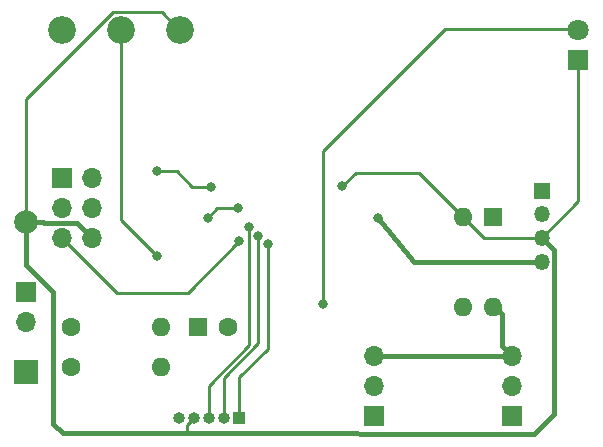
<source format=gbr>
G04 #@! TF.GenerationSoftware,KiCad,Pcbnew,5.1.5-1.fc31*
G04 #@! TF.CreationDate,2020-02-11T17:57:21+01:00*
G04 #@! TF.ProjectId,mimu3000,6d696d75-3330-4303-902e-6b696361645f,rev?*
G04 #@! TF.SameCoordinates,Original*
G04 #@! TF.FileFunction,Copper,L2,Bot*
G04 #@! TF.FilePolarity,Positive*
%FSLAX46Y46*%
G04 Gerber Fmt 4.6, Leading zero omitted, Abs format (unit mm)*
G04 Created by KiCad (PCBNEW 5.1.5-1.fc31) date 2020-02-11 17:57:21*
%MOMM*%
%LPD*%
G04 APERTURE LIST*
%ADD10O,1.350000X1.350000*%
%ADD11R,1.350000X1.350000*%
%ADD12C,2.000000*%
%ADD13R,2.000000X2.000000*%
%ADD14C,2.340000*%
%ADD15R,1.000000X1.000000*%
%ADD16O,1.000000X1.000000*%
%ADD17R,1.700000X1.700000*%
%ADD18O,1.700000X1.700000*%
%ADD19O,1.600000X1.600000*%
%ADD20R,1.600000X1.600000*%
%ADD21C,1.800000*%
%ADD22R,1.800000X1.800000*%
%ADD23C,1.600000*%
%ADD24C,0.800000*%
%ADD25C,0.400000*%
%ADD26C,0.250000*%
G04 APERTURE END LIST*
D10*
X211300000Y-110700000D03*
X211300000Y-108700000D03*
X211300000Y-106700000D03*
D11*
X211300000Y-104700000D03*
D12*
X167640000Y-107315000D03*
D13*
X167640000Y-120015000D03*
D14*
X180700000Y-91100000D03*
X175700000Y-91100000D03*
X170700000Y-91100000D03*
D15*
X185674000Y-123952000D03*
D16*
X184404000Y-123952000D03*
X183134000Y-123952000D03*
X181864000Y-123952000D03*
X180594000Y-123952000D03*
D17*
X167640000Y-113284000D03*
D18*
X167640000Y-115824000D03*
D19*
X207200000Y-114520000D03*
X204660000Y-106900000D03*
X204660000Y-114520000D03*
D20*
X207200000Y-106900000D03*
D18*
X173228000Y-108712000D03*
X170688000Y-108712000D03*
X173228000Y-106172000D03*
X170688000Y-106172000D03*
X173228000Y-103632000D03*
D17*
X170688000Y-103632000D03*
D18*
X208765000Y-118718000D03*
X208765000Y-121258000D03*
D17*
X208765000Y-123798000D03*
X197081000Y-123798000D03*
D18*
X197081000Y-121258000D03*
X197081000Y-118718000D03*
D21*
X214400000Y-91060000D03*
D22*
X214400000Y-93600000D03*
D19*
X179070000Y-119634000D03*
D23*
X171450000Y-119634000D03*
D19*
X179070000Y-116205000D03*
D23*
X171450000Y-116205000D03*
X184700000Y-116200000D03*
D20*
X182200000Y-116200000D03*
D24*
X192800000Y-114300000D03*
X185700000Y-109000000D03*
X178700000Y-103075000D03*
X183300000Y-104400000D03*
X185600000Y-106200000D03*
X183000000Y-107000000D03*
X194400000Y-104300000D03*
X178700000Y-110200000D03*
X197400000Y-107000000D03*
X186500000Y-107800000D03*
X187300000Y-108500000D03*
X188100000Y-109200000D03*
D25*
X207915001Y-117868001D02*
X207915001Y-115115001D01*
X208765000Y-118718000D02*
X207915001Y-117868001D01*
X207915001Y-115115001D02*
X207300000Y-114500000D01*
X208765000Y-118718000D02*
X197118000Y-118718000D01*
D26*
X192800000Y-114300000D02*
X192800000Y-101300000D01*
X192800000Y-101300000D02*
X203100000Y-91000000D01*
X203100000Y-91000000D02*
X214500000Y-91000000D01*
X171537999Y-109561999D02*
X170688000Y-108712000D01*
X175260000Y-113284000D02*
X171537999Y-109561999D01*
X175366501Y-113390501D02*
X175260000Y-113284000D01*
X175366501Y-113390501D02*
X181309499Y-113390501D01*
X181309499Y-113390501D02*
X185700000Y-109000000D01*
X178700000Y-103075000D02*
X180375000Y-103075000D01*
X180375000Y-103075000D02*
X181700000Y-104400000D01*
X181700000Y-104400000D02*
X183300000Y-104400000D01*
X181261001Y-125127001D02*
X181261001Y-124554999D01*
X181261001Y-124554999D02*
X181864000Y-123952000D01*
X181135992Y-125252010D02*
X181261001Y-125127001D01*
D25*
X169926000Y-124426000D02*
X170752010Y-125252010D01*
X172052010Y-125252010D02*
X181135992Y-125252010D01*
X170752010Y-125252010D02*
X172052010Y-125252010D01*
X167640000Y-107315000D02*
X167640000Y-110998000D01*
D26*
X171899295Y-125252010D02*
X172052010Y-125252010D01*
D25*
X169926000Y-113284000D02*
X169926000Y-124426000D01*
X167640000Y-110998000D02*
X169926000Y-113284000D01*
D26*
X174982399Y-89604999D02*
X179104999Y-89604999D01*
X167640000Y-107315000D02*
X167640000Y-96947398D01*
X167640000Y-96947398D02*
X174982399Y-89604999D01*
X179104999Y-89604999D02*
X180700000Y-91200000D01*
X206400000Y-108700000D02*
X211300000Y-108700000D01*
X200874999Y-103174999D02*
X206400000Y-108700000D01*
X196651999Y-103174999D02*
X200874999Y-103174999D01*
D25*
X212300001Y-109700001D02*
X212300001Y-123599999D01*
X211300000Y-108700000D02*
X212300001Y-109700001D01*
X212300001Y-123599999D02*
X210600000Y-125300000D01*
X210600000Y-125300000D02*
X181135992Y-125252010D01*
D26*
X211300000Y-108700000D02*
X214400000Y-105600000D01*
X214400000Y-105600000D02*
X214400000Y-93700000D01*
X185600000Y-106200000D02*
X183800000Y-106200000D01*
X183800000Y-106200000D02*
X183000000Y-107000000D01*
X196651999Y-103174999D02*
X195525001Y-103174999D01*
X195525001Y-103174999D02*
X194400000Y-104300000D01*
D25*
X169161214Y-107422001D02*
X171922001Y-107422001D01*
X167640000Y-107315000D02*
X169054213Y-107315000D01*
X169054213Y-107315000D02*
X169161214Y-107422001D01*
X171922001Y-107422001D02*
X173200000Y-108700000D01*
D26*
X178700000Y-110200000D02*
X175700000Y-107200000D01*
X175700000Y-107200000D02*
X175700000Y-91100000D01*
D25*
X203800000Y-110700000D02*
X211300000Y-110700000D01*
X197400000Y-107000000D02*
X200500000Y-110700000D01*
X200500000Y-110700000D02*
X203800000Y-110700000D01*
D26*
X186500000Y-107800000D02*
X186500000Y-117800000D01*
X186500000Y-117800000D02*
X183100000Y-121200000D01*
X183100000Y-121200000D02*
X183100000Y-124000000D01*
X187300000Y-117636410D02*
X187300000Y-108500000D01*
X184404000Y-123952000D02*
X184404000Y-120532410D01*
X184404000Y-120532410D02*
X187300000Y-117636410D01*
X188100000Y-109200000D02*
X188100000Y-118100000D01*
X188100000Y-118100000D02*
X185700000Y-120500000D01*
X185700000Y-120500000D02*
X185700000Y-124000000D01*
M02*

</source>
